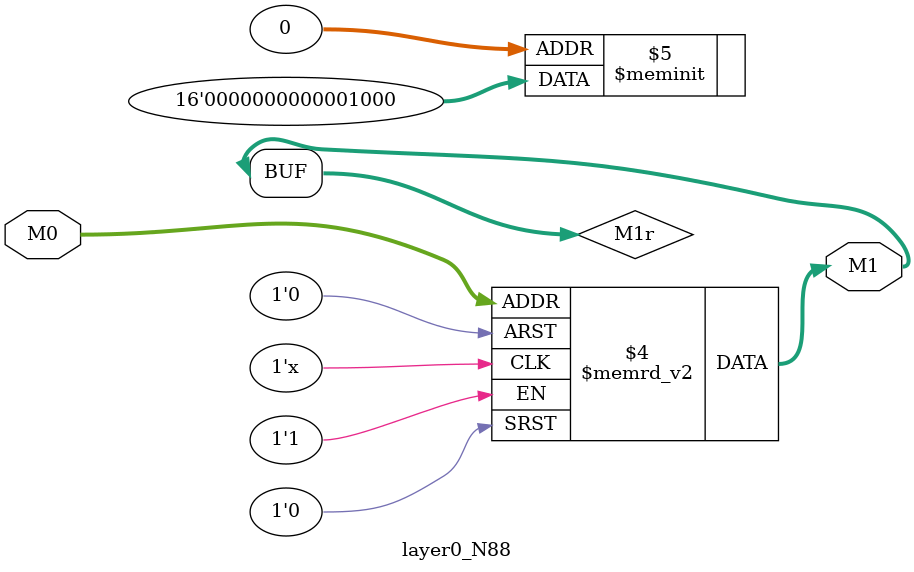
<source format=v>
module layer0_N88 ( input [2:0] M0, output [1:0] M1 );

	(*rom_style = "distributed" *) reg [1:0] M1r;
	assign M1 = M1r;
	always @ (M0) begin
		case (M0)
			3'b000: M1r = 2'b00;
			3'b100: M1r = 2'b00;
			3'b010: M1r = 2'b00;
			3'b110: M1r = 2'b00;
			3'b001: M1r = 2'b10;
			3'b101: M1r = 2'b00;
			3'b011: M1r = 2'b00;
			3'b111: M1r = 2'b00;

		endcase
	end
endmodule

</source>
